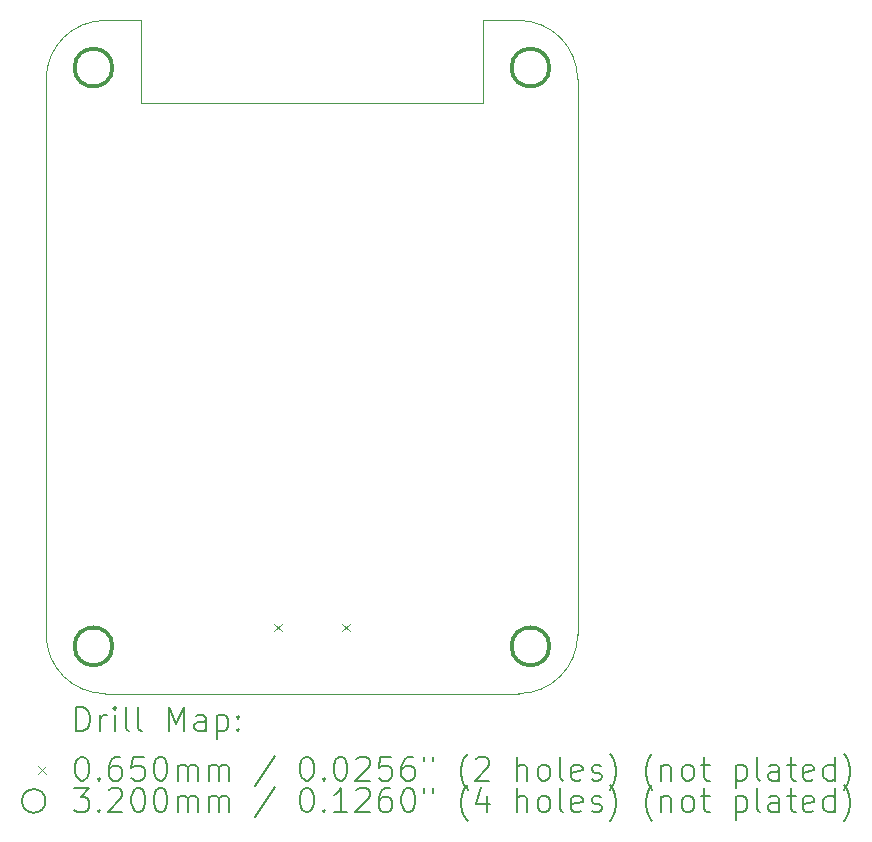
<source format=gbr>
%TF.GenerationSoftware,KiCad,Pcbnew,8.0.2*%
%TF.CreationDate,2024-06-06T14:24:53+10:00*%
%TF.ProjectId,design,64657369-676e-42e6-9b69-6361645f7063,rev?*%
%TF.SameCoordinates,Original*%
%TF.FileFunction,Drillmap*%
%TF.FilePolarity,Positive*%
%FSLAX45Y45*%
G04 Gerber Fmt 4.5, Leading zero omitted, Abs format (unit mm)*
G04 Created by KiCad (PCBNEW 8.0.2) date 2024-06-06 14:24:53*
%MOMM*%
%LPD*%
G01*
G04 APERTURE LIST*
%ADD10C,0.100000*%
%ADD11C,0.200000*%
%ADD12C,0.320000*%
G04 APERTURE END LIST*
D10*
X9000000Y-11200000D02*
X5500000Y-11200000D01*
X5800000Y-6200000D02*
X5800000Y-5500000D01*
X8700000Y-6200000D02*
X5800000Y-6200000D01*
X5500000Y-11200000D02*
G75*
G02*
X5000000Y-10700000I0J500000D01*
G01*
X9000000Y-5500000D02*
G75*
G02*
X9500000Y-6000000I0J-500000D01*
G01*
X5000000Y-10700000D02*
X5000000Y-6000000D01*
X5500000Y-5500000D02*
X5800000Y-5500000D01*
X9500000Y-6000000D02*
X9500000Y-10700000D01*
X9500000Y-10700000D02*
G75*
G02*
X9000000Y-11200000I-500000J0D01*
G01*
X5000000Y-6000000D02*
G75*
G02*
X5500000Y-5500000I500000J0D01*
G01*
X8700000Y-5500000D02*
X9000000Y-5500000D01*
X8700000Y-5500000D02*
X8700000Y-6200000D01*
D11*
D10*
X6928500Y-10607000D02*
X6993500Y-10672000D01*
X6993500Y-10607000D02*
X6928500Y-10672000D01*
X7506500Y-10607000D02*
X7571500Y-10672000D01*
X7571500Y-10607000D02*
X7506500Y-10672000D01*
D12*
X5560000Y-5900000D02*
G75*
G02*
X5240000Y-5900000I-160000J0D01*
G01*
X5240000Y-5900000D02*
G75*
G02*
X5560000Y-5900000I160000J0D01*
G01*
X5560000Y-10800000D02*
G75*
G02*
X5240000Y-10800000I-160000J0D01*
G01*
X5240000Y-10800000D02*
G75*
G02*
X5560000Y-10800000I160000J0D01*
G01*
X9260000Y-5900000D02*
G75*
G02*
X8940000Y-5900000I-160000J0D01*
G01*
X8940000Y-5900000D02*
G75*
G02*
X9260000Y-5900000I160000J0D01*
G01*
X9260000Y-10800000D02*
G75*
G02*
X8940000Y-10800000I-160000J0D01*
G01*
X8940000Y-10800000D02*
G75*
G02*
X9260000Y-10800000I160000J0D01*
G01*
D11*
X5255777Y-11516484D02*
X5255777Y-11316484D01*
X5255777Y-11316484D02*
X5303396Y-11316484D01*
X5303396Y-11316484D02*
X5331967Y-11326008D01*
X5331967Y-11326008D02*
X5351015Y-11345055D01*
X5351015Y-11345055D02*
X5360539Y-11364103D01*
X5360539Y-11364103D02*
X5370063Y-11402198D01*
X5370063Y-11402198D02*
X5370063Y-11430769D01*
X5370063Y-11430769D02*
X5360539Y-11468865D01*
X5360539Y-11468865D02*
X5351015Y-11487912D01*
X5351015Y-11487912D02*
X5331967Y-11506960D01*
X5331967Y-11506960D02*
X5303396Y-11516484D01*
X5303396Y-11516484D02*
X5255777Y-11516484D01*
X5455777Y-11516484D02*
X5455777Y-11383150D01*
X5455777Y-11421246D02*
X5465301Y-11402198D01*
X5465301Y-11402198D02*
X5474824Y-11392674D01*
X5474824Y-11392674D02*
X5493872Y-11383150D01*
X5493872Y-11383150D02*
X5512920Y-11383150D01*
X5579586Y-11516484D02*
X5579586Y-11383150D01*
X5579586Y-11316484D02*
X5570063Y-11326008D01*
X5570063Y-11326008D02*
X5579586Y-11335531D01*
X5579586Y-11335531D02*
X5589110Y-11326008D01*
X5589110Y-11326008D02*
X5579586Y-11316484D01*
X5579586Y-11316484D02*
X5579586Y-11335531D01*
X5703396Y-11516484D02*
X5684348Y-11506960D01*
X5684348Y-11506960D02*
X5674824Y-11487912D01*
X5674824Y-11487912D02*
X5674824Y-11316484D01*
X5808158Y-11516484D02*
X5789110Y-11506960D01*
X5789110Y-11506960D02*
X5779586Y-11487912D01*
X5779586Y-11487912D02*
X5779586Y-11316484D01*
X6036729Y-11516484D02*
X6036729Y-11316484D01*
X6036729Y-11316484D02*
X6103396Y-11459341D01*
X6103396Y-11459341D02*
X6170062Y-11316484D01*
X6170062Y-11316484D02*
X6170062Y-11516484D01*
X6351015Y-11516484D02*
X6351015Y-11411722D01*
X6351015Y-11411722D02*
X6341491Y-11392674D01*
X6341491Y-11392674D02*
X6322443Y-11383150D01*
X6322443Y-11383150D02*
X6284348Y-11383150D01*
X6284348Y-11383150D02*
X6265301Y-11392674D01*
X6351015Y-11506960D02*
X6331967Y-11516484D01*
X6331967Y-11516484D02*
X6284348Y-11516484D01*
X6284348Y-11516484D02*
X6265301Y-11506960D01*
X6265301Y-11506960D02*
X6255777Y-11487912D01*
X6255777Y-11487912D02*
X6255777Y-11468865D01*
X6255777Y-11468865D02*
X6265301Y-11449817D01*
X6265301Y-11449817D02*
X6284348Y-11440293D01*
X6284348Y-11440293D02*
X6331967Y-11440293D01*
X6331967Y-11440293D02*
X6351015Y-11430769D01*
X6446253Y-11383150D02*
X6446253Y-11583150D01*
X6446253Y-11392674D02*
X6465301Y-11383150D01*
X6465301Y-11383150D02*
X6503396Y-11383150D01*
X6503396Y-11383150D02*
X6522443Y-11392674D01*
X6522443Y-11392674D02*
X6531967Y-11402198D01*
X6531967Y-11402198D02*
X6541491Y-11421246D01*
X6541491Y-11421246D02*
X6541491Y-11478388D01*
X6541491Y-11478388D02*
X6531967Y-11497436D01*
X6531967Y-11497436D02*
X6522443Y-11506960D01*
X6522443Y-11506960D02*
X6503396Y-11516484D01*
X6503396Y-11516484D02*
X6465301Y-11516484D01*
X6465301Y-11516484D02*
X6446253Y-11506960D01*
X6627205Y-11497436D02*
X6636729Y-11506960D01*
X6636729Y-11506960D02*
X6627205Y-11516484D01*
X6627205Y-11516484D02*
X6617682Y-11506960D01*
X6617682Y-11506960D02*
X6627205Y-11497436D01*
X6627205Y-11497436D02*
X6627205Y-11516484D01*
X6627205Y-11392674D02*
X6636729Y-11402198D01*
X6636729Y-11402198D02*
X6627205Y-11411722D01*
X6627205Y-11411722D02*
X6617682Y-11402198D01*
X6617682Y-11402198D02*
X6627205Y-11392674D01*
X6627205Y-11392674D02*
X6627205Y-11411722D01*
D10*
X4930000Y-11812500D02*
X4995000Y-11877500D01*
X4995000Y-11812500D02*
X4930000Y-11877500D01*
D11*
X5293872Y-11736484D02*
X5312920Y-11736484D01*
X5312920Y-11736484D02*
X5331967Y-11746008D01*
X5331967Y-11746008D02*
X5341491Y-11755531D01*
X5341491Y-11755531D02*
X5351015Y-11774579D01*
X5351015Y-11774579D02*
X5360539Y-11812674D01*
X5360539Y-11812674D02*
X5360539Y-11860293D01*
X5360539Y-11860293D02*
X5351015Y-11898388D01*
X5351015Y-11898388D02*
X5341491Y-11917436D01*
X5341491Y-11917436D02*
X5331967Y-11926960D01*
X5331967Y-11926960D02*
X5312920Y-11936484D01*
X5312920Y-11936484D02*
X5293872Y-11936484D01*
X5293872Y-11936484D02*
X5274824Y-11926960D01*
X5274824Y-11926960D02*
X5265301Y-11917436D01*
X5265301Y-11917436D02*
X5255777Y-11898388D01*
X5255777Y-11898388D02*
X5246253Y-11860293D01*
X5246253Y-11860293D02*
X5246253Y-11812674D01*
X5246253Y-11812674D02*
X5255777Y-11774579D01*
X5255777Y-11774579D02*
X5265301Y-11755531D01*
X5265301Y-11755531D02*
X5274824Y-11746008D01*
X5274824Y-11746008D02*
X5293872Y-11736484D01*
X5446253Y-11917436D02*
X5455777Y-11926960D01*
X5455777Y-11926960D02*
X5446253Y-11936484D01*
X5446253Y-11936484D02*
X5436729Y-11926960D01*
X5436729Y-11926960D02*
X5446253Y-11917436D01*
X5446253Y-11917436D02*
X5446253Y-11936484D01*
X5627205Y-11736484D02*
X5589110Y-11736484D01*
X5589110Y-11736484D02*
X5570063Y-11746008D01*
X5570063Y-11746008D02*
X5560539Y-11755531D01*
X5560539Y-11755531D02*
X5541491Y-11784103D01*
X5541491Y-11784103D02*
X5531967Y-11822198D01*
X5531967Y-11822198D02*
X5531967Y-11898388D01*
X5531967Y-11898388D02*
X5541491Y-11917436D01*
X5541491Y-11917436D02*
X5551015Y-11926960D01*
X5551015Y-11926960D02*
X5570063Y-11936484D01*
X5570063Y-11936484D02*
X5608158Y-11936484D01*
X5608158Y-11936484D02*
X5627205Y-11926960D01*
X5627205Y-11926960D02*
X5636729Y-11917436D01*
X5636729Y-11917436D02*
X5646253Y-11898388D01*
X5646253Y-11898388D02*
X5646253Y-11850769D01*
X5646253Y-11850769D02*
X5636729Y-11831722D01*
X5636729Y-11831722D02*
X5627205Y-11822198D01*
X5627205Y-11822198D02*
X5608158Y-11812674D01*
X5608158Y-11812674D02*
X5570063Y-11812674D01*
X5570063Y-11812674D02*
X5551015Y-11822198D01*
X5551015Y-11822198D02*
X5541491Y-11831722D01*
X5541491Y-11831722D02*
X5531967Y-11850769D01*
X5827205Y-11736484D02*
X5731967Y-11736484D01*
X5731967Y-11736484D02*
X5722443Y-11831722D01*
X5722443Y-11831722D02*
X5731967Y-11822198D01*
X5731967Y-11822198D02*
X5751015Y-11812674D01*
X5751015Y-11812674D02*
X5798634Y-11812674D01*
X5798634Y-11812674D02*
X5817682Y-11822198D01*
X5817682Y-11822198D02*
X5827205Y-11831722D01*
X5827205Y-11831722D02*
X5836729Y-11850769D01*
X5836729Y-11850769D02*
X5836729Y-11898388D01*
X5836729Y-11898388D02*
X5827205Y-11917436D01*
X5827205Y-11917436D02*
X5817682Y-11926960D01*
X5817682Y-11926960D02*
X5798634Y-11936484D01*
X5798634Y-11936484D02*
X5751015Y-11936484D01*
X5751015Y-11936484D02*
X5731967Y-11926960D01*
X5731967Y-11926960D02*
X5722443Y-11917436D01*
X5960539Y-11736484D02*
X5979586Y-11736484D01*
X5979586Y-11736484D02*
X5998634Y-11746008D01*
X5998634Y-11746008D02*
X6008158Y-11755531D01*
X6008158Y-11755531D02*
X6017682Y-11774579D01*
X6017682Y-11774579D02*
X6027205Y-11812674D01*
X6027205Y-11812674D02*
X6027205Y-11860293D01*
X6027205Y-11860293D02*
X6017682Y-11898388D01*
X6017682Y-11898388D02*
X6008158Y-11917436D01*
X6008158Y-11917436D02*
X5998634Y-11926960D01*
X5998634Y-11926960D02*
X5979586Y-11936484D01*
X5979586Y-11936484D02*
X5960539Y-11936484D01*
X5960539Y-11936484D02*
X5941491Y-11926960D01*
X5941491Y-11926960D02*
X5931967Y-11917436D01*
X5931967Y-11917436D02*
X5922443Y-11898388D01*
X5922443Y-11898388D02*
X5912920Y-11860293D01*
X5912920Y-11860293D02*
X5912920Y-11812674D01*
X5912920Y-11812674D02*
X5922443Y-11774579D01*
X5922443Y-11774579D02*
X5931967Y-11755531D01*
X5931967Y-11755531D02*
X5941491Y-11746008D01*
X5941491Y-11746008D02*
X5960539Y-11736484D01*
X6112920Y-11936484D02*
X6112920Y-11803150D01*
X6112920Y-11822198D02*
X6122443Y-11812674D01*
X6122443Y-11812674D02*
X6141491Y-11803150D01*
X6141491Y-11803150D02*
X6170063Y-11803150D01*
X6170063Y-11803150D02*
X6189110Y-11812674D01*
X6189110Y-11812674D02*
X6198634Y-11831722D01*
X6198634Y-11831722D02*
X6198634Y-11936484D01*
X6198634Y-11831722D02*
X6208158Y-11812674D01*
X6208158Y-11812674D02*
X6227205Y-11803150D01*
X6227205Y-11803150D02*
X6255777Y-11803150D01*
X6255777Y-11803150D02*
X6274824Y-11812674D01*
X6274824Y-11812674D02*
X6284348Y-11831722D01*
X6284348Y-11831722D02*
X6284348Y-11936484D01*
X6379586Y-11936484D02*
X6379586Y-11803150D01*
X6379586Y-11822198D02*
X6389110Y-11812674D01*
X6389110Y-11812674D02*
X6408158Y-11803150D01*
X6408158Y-11803150D02*
X6436729Y-11803150D01*
X6436729Y-11803150D02*
X6455777Y-11812674D01*
X6455777Y-11812674D02*
X6465301Y-11831722D01*
X6465301Y-11831722D02*
X6465301Y-11936484D01*
X6465301Y-11831722D02*
X6474824Y-11812674D01*
X6474824Y-11812674D02*
X6493872Y-11803150D01*
X6493872Y-11803150D02*
X6522443Y-11803150D01*
X6522443Y-11803150D02*
X6541491Y-11812674D01*
X6541491Y-11812674D02*
X6551015Y-11831722D01*
X6551015Y-11831722D02*
X6551015Y-11936484D01*
X6941491Y-11726960D02*
X6770063Y-11984103D01*
X7198634Y-11736484D02*
X7217682Y-11736484D01*
X7217682Y-11736484D02*
X7236729Y-11746008D01*
X7236729Y-11746008D02*
X7246253Y-11755531D01*
X7246253Y-11755531D02*
X7255777Y-11774579D01*
X7255777Y-11774579D02*
X7265301Y-11812674D01*
X7265301Y-11812674D02*
X7265301Y-11860293D01*
X7265301Y-11860293D02*
X7255777Y-11898388D01*
X7255777Y-11898388D02*
X7246253Y-11917436D01*
X7246253Y-11917436D02*
X7236729Y-11926960D01*
X7236729Y-11926960D02*
X7217682Y-11936484D01*
X7217682Y-11936484D02*
X7198634Y-11936484D01*
X7198634Y-11936484D02*
X7179586Y-11926960D01*
X7179586Y-11926960D02*
X7170063Y-11917436D01*
X7170063Y-11917436D02*
X7160539Y-11898388D01*
X7160539Y-11898388D02*
X7151015Y-11860293D01*
X7151015Y-11860293D02*
X7151015Y-11812674D01*
X7151015Y-11812674D02*
X7160539Y-11774579D01*
X7160539Y-11774579D02*
X7170063Y-11755531D01*
X7170063Y-11755531D02*
X7179586Y-11746008D01*
X7179586Y-11746008D02*
X7198634Y-11736484D01*
X7351015Y-11917436D02*
X7360539Y-11926960D01*
X7360539Y-11926960D02*
X7351015Y-11936484D01*
X7351015Y-11936484D02*
X7341491Y-11926960D01*
X7341491Y-11926960D02*
X7351015Y-11917436D01*
X7351015Y-11917436D02*
X7351015Y-11936484D01*
X7484348Y-11736484D02*
X7503396Y-11736484D01*
X7503396Y-11736484D02*
X7522444Y-11746008D01*
X7522444Y-11746008D02*
X7531967Y-11755531D01*
X7531967Y-11755531D02*
X7541491Y-11774579D01*
X7541491Y-11774579D02*
X7551015Y-11812674D01*
X7551015Y-11812674D02*
X7551015Y-11860293D01*
X7551015Y-11860293D02*
X7541491Y-11898388D01*
X7541491Y-11898388D02*
X7531967Y-11917436D01*
X7531967Y-11917436D02*
X7522444Y-11926960D01*
X7522444Y-11926960D02*
X7503396Y-11936484D01*
X7503396Y-11936484D02*
X7484348Y-11936484D01*
X7484348Y-11936484D02*
X7465301Y-11926960D01*
X7465301Y-11926960D02*
X7455777Y-11917436D01*
X7455777Y-11917436D02*
X7446253Y-11898388D01*
X7446253Y-11898388D02*
X7436729Y-11860293D01*
X7436729Y-11860293D02*
X7436729Y-11812674D01*
X7436729Y-11812674D02*
X7446253Y-11774579D01*
X7446253Y-11774579D02*
X7455777Y-11755531D01*
X7455777Y-11755531D02*
X7465301Y-11746008D01*
X7465301Y-11746008D02*
X7484348Y-11736484D01*
X7627206Y-11755531D02*
X7636729Y-11746008D01*
X7636729Y-11746008D02*
X7655777Y-11736484D01*
X7655777Y-11736484D02*
X7703396Y-11736484D01*
X7703396Y-11736484D02*
X7722444Y-11746008D01*
X7722444Y-11746008D02*
X7731967Y-11755531D01*
X7731967Y-11755531D02*
X7741491Y-11774579D01*
X7741491Y-11774579D02*
X7741491Y-11793627D01*
X7741491Y-11793627D02*
X7731967Y-11822198D01*
X7731967Y-11822198D02*
X7617682Y-11936484D01*
X7617682Y-11936484D02*
X7741491Y-11936484D01*
X7922444Y-11736484D02*
X7827206Y-11736484D01*
X7827206Y-11736484D02*
X7817682Y-11831722D01*
X7817682Y-11831722D02*
X7827206Y-11822198D01*
X7827206Y-11822198D02*
X7846253Y-11812674D01*
X7846253Y-11812674D02*
X7893872Y-11812674D01*
X7893872Y-11812674D02*
X7912920Y-11822198D01*
X7912920Y-11822198D02*
X7922444Y-11831722D01*
X7922444Y-11831722D02*
X7931967Y-11850769D01*
X7931967Y-11850769D02*
X7931967Y-11898388D01*
X7931967Y-11898388D02*
X7922444Y-11917436D01*
X7922444Y-11917436D02*
X7912920Y-11926960D01*
X7912920Y-11926960D02*
X7893872Y-11936484D01*
X7893872Y-11936484D02*
X7846253Y-11936484D01*
X7846253Y-11936484D02*
X7827206Y-11926960D01*
X7827206Y-11926960D02*
X7817682Y-11917436D01*
X8103396Y-11736484D02*
X8065301Y-11736484D01*
X8065301Y-11736484D02*
X8046253Y-11746008D01*
X8046253Y-11746008D02*
X8036729Y-11755531D01*
X8036729Y-11755531D02*
X8017682Y-11784103D01*
X8017682Y-11784103D02*
X8008158Y-11822198D01*
X8008158Y-11822198D02*
X8008158Y-11898388D01*
X8008158Y-11898388D02*
X8017682Y-11917436D01*
X8017682Y-11917436D02*
X8027206Y-11926960D01*
X8027206Y-11926960D02*
X8046253Y-11936484D01*
X8046253Y-11936484D02*
X8084348Y-11936484D01*
X8084348Y-11936484D02*
X8103396Y-11926960D01*
X8103396Y-11926960D02*
X8112920Y-11917436D01*
X8112920Y-11917436D02*
X8122444Y-11898388D01*
X8122444Y-11898388D02*
X8122444Y-11850769D01*
X8122444Y-11850769D02*
X8112920Y-11831722D01*
X8112920Y-11831722D02*
X8103396Y-11822198D01*
X8103396Y-11822198D02*
X8084348Y-11812674D01*
X8084348Y-11812674D02*
X8046253Y-11812674D01*
X8046253Y-11812674D02*
X8027206Y-11822198D01*
X8027206Y-11822198D02*
X8017682Y-11831722D01*
X8017682Y-11831722D02*
X8008158Y-11850769D01*
X8198634Y-11736484D02*
X8198634Y-11774579D01*
X8274825Y-11736484D02*
X8274825Y-11774579D01*
X8570063Y-12012674D02*
X8560539Y-12003150D01*
X8560539Y-12003150D02*
X8541491Y-11974579D01*
X8541491Y-11974579D02*
X8531968Y-11955531D01*
X8531968Y-11955531D02*
X8522444Y-11926960D01*
X8522444Y-11926960D02*
X8512920Y-11879341D01*
X8512920Y-11879341D02*
X8512920Y-11841246D01*
X8512920Y-11841246D02*
X8522444Y-11793627D01*
X8522444Y-11793627D02*
X8531968Y-11765055D01*
X8531968Y-11765055D02*
X8541491Y-11746008D01*
X8541491Y-11746008D02*
X8560539Y-11717436D01*
X8560539Y-11717436D02*
X8570063Y-11707912D01*
X8636730Y-11755531D02*
X8646253Y-11746008D01*
X8646253Y-11746008D02*
X8665301Y-11736484D01*
X8665301Y-11736484D02*
X8712920Y-11736484D01*
X8712920Y-11736484D02*
X8731968Y-11746008D01*
X8731968Y-11746008D02*
X8741491Y-11755531D01*
X8741491Y-11755531D02*
X8751015Y-11774579D01*
X8751015Y-11774579D02*
X8751015Y-11793627D01*
X8751015Y-11793627D02*
X8741491Y-11822198D01*
X8741491Y-11822198D02*
X8627206Y-11936484D01*
X8627206Y-11936484D02*
X8751015Y-11936484D01*
X8989111Y-11936484D02*
X8989111Y-11736484D01*
X9074825Y-11936484D02*
X9074825Y-11831722D01*
X9074825Y-11831722D02*
X9065301Y-11812674D01*
X9065301Y-11812674D02*
X9046253Y-11803150D01*
X9046253Y-11803150D02*
X9017682Y-11803150D01*
X9017682Y-11803150D02*
X8998634Y-11812674D01*
X8998634Y-11812674D02*
X8989111Y-11822198D01*
X9198634Y-11936484D02*
X9179587Y-11926960D01*
X9179587Y-11926960D02*
X9170063Y-11917436D01*
X9170063Y-11917436D02*
X9160539Y-11898388D01*
X9160539Y-11898388D02*
X9160539Y-11841246D01*
X9160539Y-11841246D02*
X9170063Y-11822198D01*
X9170063Y-11822198D02*
X9179587Y-11812674D01*
X9179587Y-11812674D02*
X9198634Y-11803150D01*
X9198634Y-11803150D02*
X9227206Y-11803150D01*
X9227206Y-11803150D02*
X9246253Y-11812674D01*
X9246253Y-11812674D02*
X9255777Y-11822198D01*
X9255777Y-11822198D02*
X9265301Y-11841246D01*
X9265301Y-11841246D02*
X9265301Y-11898388D01*
X9265301Y-11898388D02*
X9255777Y-11917436D01*
X9255777Y-11917436D02*
X9246253Y-11926960D01*
X9246253Y-11926960D02*
X9227206Y-11936484D01*
X9227206Y-11936484D02*
X9198634Y-11936484D01*
X9379587Y-11936484D02*
X9360539Y-11926960D01*
X9360539Y-11926960D02*
X9351015Y-11907912D01*
X9351015Y-11907912D02*
X9351015Y-11736484D01*
X9531968Y-11926960D02*
X9512920Y-11936484D01*
X9512920Y-11936484D02*
X9474825Y-11936484D01*
X9474825Y-11936484D02*
X9455777Y-11926960D01*
X9455777Y-11926960D02*
X9446253Y-11907912D01*
X9446253Y-11907912D02*
X9446253Y-11831722D01*
X9446253Y-11831722D02*
X9455777Y-11812674D01*
X9455777Y-11812674D02*
X9474825Y-11803150D01*
X9474825Y-11803150D02*
X9512920Y-11803150D01*
X9512920Y-11803150D02*
X9531968Y-11812674D01*
X9531968Y-11812674D02*
X9541492Y-11831722D01*
X9541492Y-11831722D02*
X9541492Y-11850769D01*
X9541492Y-11850769D02*
X9446253Y-11869817D01*
X9617682Y-11926960D02*
X9636730Y-11936484D01*
X9636730Y-11936484D02*
X9674825Y-11936484D01*
X9674825Y-11936484D02*
X9693873Y-11926960D01*
X9693873Y-11926960D02*
X9703396Y-11907912D01*
X9703396Y-11907912D02*
X9703396Y-11898388D01*
X9703396Y-11898388D02*
X9693873Y-11879341D01*
X9693873Y-11879341D02*
X9674825Y-11869817D01*
X9674825Y-11869817D02*
X9646253Y-11869817D01*
X9646253Y-11869817D02*
X9627206Y-11860293D01*
X9627206Y-11860293D02*
X9617682Y-11841246D01*
X9617682Y-11841246D02*
X9617682Y-11831722D01*
X9617682Y-11831722D02*
X9627206Y-11812674D01*
X9627206Y-11812674D02*
X9646253Y-11803150D01*
X9646253Y-11803150D02*
X9674825Y-11803150D01*
X9674825Y-11803150D02*
X9693873Y-11812674D01*
X9770063Y-12012674D02*
X9779587Y-12003150D01*
X9779587Y-12003150D02*
X9798634Y-11974579D01*
X9798634Y-11974579D02*
X9808158Y-11955531D01*
X9808158Y-11955531D02*
X9817682Y-11926960D01*
X9817682Y-11926960D02*
X9827206Y-11879341D01*
X9827206Y-11879341D02*
X9827206Y-11841246D01*
X9827206Y-11841246D02*
X9817682Y-11793627D01*
X9817682Y-11793627D02*
X9808158Y-11765055D01*
X9808158Y-11765055D02*
X9798634Y-11746008D01*
X9798634Y-11746008D02*
X9779587Y-11717436D01*
X9779587Y-11717436D02*
X9770063Y-11707912D01*
X10131968Y-12012674D02*
X10122444Y-12003150D01*
X10122444Y-12003150D02*
X10103396Y-11974579D01*
X10103396Y-11974579D02*
X10093873Y-11955531D01*
X10093873Y-11955531D02*
X10084349Y-11926960D01*
X10084349Y-11926960D02*
X10074825Y-11879341D01*
X10074825Y-11879341D02*
X10074825Y-11841246D01*
X10074825Y-11841246D02*
X10084349Y-11793627D01*
X10084349Y-11793627D02*
X10093873Y-11765055D01*
X10093873Y-11765055D02*
X10103396Y-11746008D01*
X10103396Y-11746008D02*
X10122444Y-11717436D01*
X10122444Y-11717436D02*
X10131968Y-11707912D01*
X10208158Y-11803150D02*
X10208158Y-11936484D01*
X10208158Y-11822198D02*
X10217682Y-11812674D01*
X10217682Y-11812674D02*
X10236730Y-11803150D01*
X10236730Y-11803150D02*
X10265301Y-11803150D01*
X10265301Y-11803150D02*
X10284349Y-11812674D01*
X10284349Y-11812674D02*
X10293873Y-11831722D01*
X10293873Y-11831722D02*
X10293873Y-11936484D01*
X10417682Y-11936484D02*
X10398634Y-11926960D01*
X10398634Y-11926960D02*
X10389111Y-11917436D01*
X10389111Y-11917436D02*
X10379587Y-11898388D01*
X10379587Y-11898388D02*
X10379587Y-11841246D01*
X10379587Y-11841246D02*
X10389111Y-11822198D01*
X10389111Y-11822198D02*
X10398634Y-11812674D01*
X10398634Y-11812674D02*
X10417682Y-11803150D01*
X10417682Y-11803150D02*
X10446254Y-11803150D01*
X10446254Y-11803150D02*
X10465301Y-11812674D01*
X10465301Y-11812674D02*
X10474825Y-11822198D01*
X10474825Y-11822198D02*
X10484349Y-11841246D01*
X10484349Y-11841246D02*
X10484349Y-11898388D01*
X10484349Y-11898388D02*
X10474825Y-11917436D01*
X10474825Y-11917436D02*
X10465301Y-11926960D01*
X10465301Y-11926960D02*
X10446254Y-11936484D01*
X10446254Y-11936484D02*
X10417682Y-11936484D01*
X10541492Y-11803150D02*
X10617682Y-11803150D01*
X10570063Y-11736484D02*
X10570063Y-11907912D01*
X10570063Y-11907912D02*
X10579587Y-11926960D01*
X10579587Y-11926960D02*
X10598634Y-11936484D01*
X10598634Y-11936484D02*
X10617682Y-11936484D01*
X10836730Y-11803150D02*
X10836730Y-12003150D01*
X10836730Y-11812674D02*
X10855777Y-11803150D01*
X10855777Y-11803150D02*
X10893873Y-11803150D01*
X10893873Y-11803150D02*
X10912920Y-11812674D01*
X10912920Y-11812674D02*
X10922444Y-11822198D01*
X10922444Y-11822198D02*
X10931968Y-11841246D01*
X10931968Y-11841246D02*
X10931968Y-11898388D01*
X10931968Y-11898388D02*
X10922444Y-11917436D01*
X10922444Y-11917436D02*
X10912920Y-11926960D01*
X10912920Y-11926960D02*
X10893873Y-11936484D01*
X10893873Y-11936484D02*
X10855777Y-11936484D01*
X10855777Y-11936484D02*
X10836730Y-11926960D01*
X11046254Y-11936484D02*
X11027206Y-11926960D01*
X11027206Y-11926960D02*
X11017682Y-11907912D01*
X11017682Y-11907912D02*
X11017682Y-11736484D01*
X11208158Y-11936484D02*
X11208158Y-11831722D01*
X11208158Y-11831722D02*
X11198634Y-11812674D01*
X11198634Y-11812674D02*
X11179587Y-11803150D01*
X11179587Y-11803150D02*
X11141492Y-11803150D01*
X11141492Y-11803150D02*
X11122444Y-11812674D01*
X11208158Y-11926960D02*
X11189111Y-11936484D01*
X11189111Y-11936484D02*
X11141492Y-11936484D01*
X11141492Y-11936484D02*
X11122444Y-11926960D01*
X11122444Y-11926960D02*
X11112920Y-11907912D01*
X11112920Y-11907912D02*
X11112920Y-11888865D01*
X11112920Y-11888865D02*
X11122444Y-11869817D01*
X11122444Y-11869817D02*
X11141492Y-11860293D01*
X11141492Y-11860293D02*
X11189111Y-11860293D01*
X11189111Y-11860293D02*
X11208158Y-11850769D01*
X11274825Y-11803150D02*
X11351015Y-11803150D01*
X11303396Y-11736484D02*
X11303396Y-11907912D01*
X11303396Y-11907912D02*
X11312920Y-11926960D01*
X11312920Y-11926960D02*
X11331968Y-11936484D01*
X11331968Y-11936484D02*
X11351015Y-11936484D01*
X11493873Y-11926960D02*
X11474825Y-11936484D01*
X11474825Y-11936484D02*
X11436730Y-11936484D01*
X11436730Y-11936484D02*
X11417682Y-11926960D01*
X11417682Y-11926960D02*
X11408158Y-11907912D01*
X11408158Y-11907912D02*
X11408158Y-11831722D01*
X11408158Y-11831722D02*
X11417682Y-11812674D01*
X11417682Y-11812674D02*
X11436730Y-11803150D01*
X11436730Y-11803150D02*
X11474825Y-11803150D01*
X11474825Y-11803150D02*
X11493873Y-11812674D01*
X11493873Y-11812674D02*
X11503396Y-11831722D01*
X11503396Y-11831722D02*
X11503396Y-11850769D01*
X11503396Y-11850769D02*
X11408158Y-11869817D01*
X11674825Y-11936484D02*
X11674825Y-11736484D01*
X11674825Y-11926960D02*
X11655777Y-11936484D01*
X11655777Y-11936484D02*
X11617682Y-11936484D01*
X11617682Y-11936484D02*
X11598634Y-11926960D01*
X11598634Y-11926960D02*
X11589111Y-11917436D01*
X11589111Y-11917436D02*
X11579587Y-11898388D01*
X11579587Y-11898388D02*
X11579587Y-11841246D01*
X11579587Y-11841246D02*
X11589111Y-11822198D01*
X11589111Y-11822198D02*
X11598634Y-11812674D01*
X11598634Y-11812674D02*
X11617682Y-11803150D01*
X11617682Y-11803150D02*
X11655777Y-11803150D01*
X11655777Y-11803150D02*
X11674825Y-11812674D01*
X11751015Y-12012674D02*
X11760539Y-12003150D01*
X11760539Y-12003150D02*
X11779587Y-11974579D01*
X11779587Y-11974579D02*
X11789111Y-11955531D01*
X11789111Y-11955531D02*
X11798634Y-11926960D01*
X11798634Y-11926960D02*
X11808158Y-11879341D01*
X11808158Y-11879341D02*
X11808158Y-11841246D01*
X11808158Y-11841246D02*
X11798634Y-11793627D01*
X11798634Y-11793627D02*
X11789111Y-11765055D01*
X11789111Y-11765055D02*
X11779587Y-11746008D01*
X11779587Y-11746008D02*
X11760539Y-11717436D01*
X11760539Y-11717436D02*
X11751015Y-11707912D01*
X4995000Y-12109000D02*
G75*
G02*
X4795000Y-12109000I-100000J0D01*
G01*
X4795000Y-12109000D02*
G75*
G02*
X4995000Y-12109000I100000J0D01*
G01*
X5236729Y-12000484D02*
X5360539Y-12000484D01*
X5360539Y-12000484D02*
X5293872Y-12076674D01*
X5293872Y-12076674D02*
X5322444Y-12076674D01*
X5322444Y-12076674D02*
X5341491Y-12086198D01*
X5341491Y-12086198D02*
X5351015Y-12095722D01*
X5351015Y-12095722D02*
X5360539Y-12114769D01*
X5360539Y-12114769D02*
X5360539Y-12162388D01*
X5360539Y-12162388D02*
X5351015Y-12181436D01*
X5351015Y-12181436D02*
X5341491Y-12190960D01*
X5341491Y-12190960D02*
X5322444Y-12200484D01*
X5322444Y-12200484D02*
X5265301Y-12200484D01*
X5265301Y-12200484D02*
X5246253Y-12190960D01*
X5246253Y-12190960D02*
X5236729Y-12181436D01*
X5446253Y-12181436D02*
X5455777Y-12190960D01*
X5455777Y-12190960D02*
X5446253Y-12200484D01*
X5446253Y-12200484D02*
X5436729Y-12190960D01*
X5436729Y-12190960D02*
X5446253Y-12181436D01*
X5446253Y-12181436D02*
X5446253Y-12200484D01*
X5531967Y-12019531D02*
X5541491Y-12010008D01*
X5541491Y-12010008D02*
X5560539Y-12000484D01*
X5560539Y-12000484D02*
X5608158Y-12000484D01*
X5608158Y-12000484D02*
X5627205Y-12010008D01*
X5627205Y-12010008D02*
X5636729Y-12019531D01*
X5636729Y-12019531D02*
X5646253Y-12038579D01*
X5646253Y-12038579D02*
X5646253Y-12057627D01*
X5646253Y-12057627D02*
X5636729Y-12086198D01*
X5636729Y-12086198D02*
X5522444Y-12200484D01*
X5522444Y-12200484D02*
X5646253Y-12200484D01*
X5770062Y-12000484D02*
X5789110Y-12000484D01*
X5789110Y-12000484D02*
X5808158Y-12010008D01*
X5808158Y-12010008D02*
X5817682Y-12019531D01*
X5817682Y-12019531D02*
X5827205Y-12038579D01*
X5827205Y-12038579D02*
X5836729Y-12076674D01*
X5836729Y-12076674D02*
X5836729Y-12124293D01*
X5836729Y-12124293D02*
X5827205Y-12162388D01*
X5827205Y-12162388D02*
X5817682Y-12181436D01*
X5817682Y-12181436D02*
X5808158Y-12190960D01*
X5808158Y-12190960D02*
X5789110Y-12200484D01*
X5789110Y-12200484D02*
X5770062Y-12200484D01*
X5770062Y-12200484D02*
X5751015Y-12190960D01*
X5751015Y-12190960D02*
X5741491Y-12181436D01*
X5741491Y-12181436D02*
X5731967Y-12162388D01*
X5731967Y-12162388D02*
X5722443Y-12124293D01*
X5722443Y-12124293D02*
X5722443Y-12076674D01*
X5722443Y-12076674D02*
X5731967Y-12038579D01*
X5731967Y-12038579D02*
X5741491Y-12019531D01*
X5741491Y-12019531D02*
X5751015Y-12010008D01*
X5751015Y-12010008D02*
X5770062Y-12000484D01*
X5960539Y-12000484D02*
X5979586Y-12000484D01*
X5979586Y-12000484D02*
X5998634Y-12010008D01*
X5998634Y-12010008D02*
X6008158Y-12019531D01*
X6008158Y-12019531D02*
X6017682Y-12038579D01*
X6017682Y-12038579D02*
X6027205Y-12076674D01*
X6027205Y-12076674D02*
X6027205Y-12124293D01*
X6027205Y-12124293D02*
X6017682Y-12162388D01*
X6017682Y-12162388D02*
X6008158Y-12181436D01*
X6008158Y-12181436D02*
X5998634Y-12190960D01*
X5998634Y-12190960D02*
X5979586Y-12200484D01*
X5979586Y-12200484D02*
X5960539Y-12200484D01*
X5960539Y-12200484D02*
X5941491Y-12190960D01*
X5941491Y-12190960D02*
X5931967Y-12181436D01*
X5931967Y-12181436D02*
X5922443Y-12162388D01*
X5922443Y-12162388D02*
X5912920Y-12124293D01*
X5912920Y-12124293D02*
X5912920Y-12076674D01*
X5912920Y-12076674D02*
X5922443Y-12038579D01*
X5922443Y-12038579D02*
X5931967Y-12019531D01*
X5931967Y-12019531D02*
X5941491Y-12010008D01*
X5941491Y-12010008D02*
X5960539Y-12000484D01*
X6112920Y-12200484D02*
X6112920Y-12067150D01*
X6112920Y-12086198D02*
X6122443Y-12076674D01*
X6122443Y-12076674D02*
X6141491Y-12067150D01*
X6141491Y-12067150D02*
X6170063Y-12067150D01*
X6170063Y-12067150D02*
X6189110Y-12076674D01*
X6189110Y-12076674D02*
X6198634Y-12095722D01*
X6198634Y-12095722D02*
X6198634Y-12200484D01*
X6198634Y-12095722D02*
X6208158Y-12076674D01*
X6208158Y-12076674D02*
X6227205Y-12067150D01*
X6227205Y-12067150D02*
X6255777Y-12067150D01*
X6255777Y-12067150D02*
X6274824Y-12076674D01*
X6274824Y-12076674D02*
X6284348Y-12095722D01*
X6284348Y-12095722D02*
X6284348Y-12200484D01*
X6379586Y-12200484D02*
X6379586Y-12067150D01*
X6379586Y-12086198D02*
X6389110Y-12076674D01*
X6389110Y-12076674D02*
X6408158Y-12067150D01*
X6408158Y-12067150D02*
X6436729Y-12067150D01*
X6436729Y-12067150D02*
X6455777Y-12076674D01*
X6455777Y-12076674D02*
X6465301Y-12095722D01*
X6465301Y-12095722D02*
X6465301Y-12200484D01*
X6465301Y-12095722D02*
X6474824Y-12076674D01*
X6474824Y-12076674D02*
X6493872Y-12067150D01*
X6493872Y-12067150D02*
X6522443Y-12067150D01*
X6522443Y-12067150D02*
X6541491Y-12076674D01*
X6541491Y-12076674D02*
X6551015Y-12095722D01*
X6551015Y-12095722D02*
X6551015Y-12200484D01*
X6941491Y-11990960D02*
X6770063Y-12248103D01*
X7198634Y-12000484D02*
X7217682Y-12000484D01*
X7217682Y-12000484D02*
X7236729Y-12010008D01*
X7236729Y-12010008D02*
X7246253Y-12019531D01*
X7246253Y-12019531D02*
X7255777Y-12038579D01*
X7255777Y-12038579D02*
X7265301Y-12076674D01*
X7265301Y-12076674D02*
X7265301Y-12124293D01*
X7265301Y-12124293D02*
X7255777Y-12162388D01*
X7255777Y-12162388D02*
X7246253Y-12181436D01*
X7246253Y-12181436D02*
X7236729Y-12190960D01*
X7236729Y-12190960D02*
X7217682Y-12200484D01*
X7217682Y-12200484D02*
X7198634Y-12200484D01*
X7198634Y-12200484D02*
X7179586Y-12190960D01*
X7179586Y-12190960D02*
X7170063Y-12181436D01*
X7170063Y-12181436D02*
X7160539Y-12162388D01*
X7160539Y-12162388D02*
X7151015Y-12124293D01*
X7151015Y-12124293D02*
X7151015Y-12076674D01*
X7151015Y-12076674D02*
X7160539Y-12038579D01*
X7160539Y-12038579D02*
X7170063Y-12019531D01*
X7170063Y-12019531D02*
X7179586Y-12010008D01*
X7179586Y-12010008D02*
X7198634Y-12000484D01*
X7351015Y-12181436D02*
X7360539Y-12190960D01*
X7360539Y-12190960D02*
X7351015Y-12200484D01*
X7351015Y-12200484D02*
X7341491Y-12190960D01*
X7341491Y-12190960D02*
X7351015Y-12181436D01*
X7351015Y-12181436D02*
X7351015Y-12200484D01*
X7551015Y-12200484D02*
X7436729Y-12200484D01*
X7493872Y-12200484D02*
X7493872Y-12000484D01*
X7493872Y-12000484D02*
X7474825Y-12029055D01*
X7474825Y-12029055D02*
X7455777Y-12048103D01*
X7455777Y-12048103D02*
X7436729Y-12057627D01*
X7627206Y-12019531D02*
X7636729Y-12010008D01*
X7636729Y-12010008D02*
X7655777Y-12000484D01*
X7655777Y-12000484D02*
X7703396Y-12000484D01*
X7703396Y-12000484D02*
X7722444Y-12010008D01*
X7722444Y-12010008D02*
X7731967Y-12019531D01*
X7731967Y-12019531D02*
X7741491Y-12038579D01*
X7741491Y-12038579D02*
X7741491Y-12057627D01*
X7741491Y-12057627D02*
X7731967Y-12086198D01*
X7731967Y-12086198D02*
X7617682Y-12200484D01*
X7617682Y-12200484D02*
X7741491Y-12200484D01*
X7912920Y-12000484D02*
X7874825Y-12000484D01*
X7874825Y-12000484D02*
X7855777Y-12010008D01*
X7855777Y-12010008D02*
X7846253Y-12019531D01*
X7846253Y-12019531D02*
X7827206Y-12048103D01*
X7827206Y-12048103D02*
X7817682Y-12086198D01*
X7817682Y-12086198D02*
X7817682Y-12162388D01*
X7817682Y-12162388D02*
X7827206Y-12181436D01*
X7827206Y-12181436D02*
X7836729Y-12190960D01*
X7836729Y-12190960D02*
X7855777Y-12200484D01*
X7855777Y-12200484D02*
X7893872Y-12200484D01*
X7893872Y-12200484D02*
X7912920Y-12190960D01*
X7912920Y-12190960D02*
X7922444Y-12181436D01*
X7922444Y-12181436D02*
X7931967Y-12162388D01*
X7931967Y-12162388D02*
X7931967Y-12114769D01*
X7931967Y-12114769D02*
X7922444Y-12095722D01*
X7922444Y-12095722D02*
X7912920Y-12086198D01*
X7912920Y-12086198D02*
X7893872Y-12076674D01*
X7893872Y-12076674D02*
X7855777Y-12076674D01*
X7855777Y-12076674D02*
X7836729Y-12086198D01*
X7836729Y-12086198D02*
X7827206Y-12095722D01*
X7827206Y-12095722D02*
X7817682Y-12114769D01*
X8055777Y-12000484D02*
X8074825Y-12000484D01*
X8074825Y-12000484D02*
X8093872Y-12010008D01*
X8093872Y-12010008D02*
X8103396Y-12019531D01*
X8103396Y-12019531D02*
X8112920Y-12038579D01*
X8112920Y-12038579D02*
X8122444Y-12076674D01*
X8122444Y-12076674D02*
X8122444Y-12124293D01*
X8122444Y-12124293D02*
X8112920Y-12162388D01*
X8112920Y-12162388D02*
X8103396Y-12181436D01*
X8103396Y-12181436D02*
X8093872Y-12190960D01*
X8093872Y-12190960D02*
X8074825Y-12200484D01*
X8074825Y-12200484D02*
X8055777Y-12200484D01*
X8055777Y-12200484D02*
X8036729Y-12190960D01*
X8036729Y-12190960D02*
X8027206Y-12181436D01*
X8027206Y-12181436D02*
X8017682Y-12162388D01*
X8017682Y-12162388D02*
X8008158Y-12124293D01*
X8008158Y-12124293D02*
X8008158Y-12076674D01*
X8008158Y-12076674D02*
X8017682Y-12038579D01*
X8017682Y-12038579D02*
X8027206Y-12019531D01*
X8027206Y-12019531D02*
X8036729Y-12010008D01*
X8036729Y-12010008D02*
X8055777Y-12000484D01*
X8198634Y-12000484D02*
X8198634Y-12038579D01*
X8274825Y-12000484D02*
X8274825Y-12038579D01*
X8570063Y-12276674D02*
X8560539Y-12267150D01*
X8560539Y-12267150D02*
X8541491Y-12238579D01*
X8541491Y-12238579D02*
X8531968Y-12219531D01*
X8531968Y-12219531D02*
X8522444Y-12190960D01*
X8522444Y-12190960D02*
X8512920Y-12143341D01*
X8512920Y-12143341D02*
X8512920Y-12105246D01*
X8512920Y-12105246D02*
X8522444Y-12057627D01*
X8522444Y-12057627D02*
X8531968Y-12029055D01*
X8531968Y-12029055D02*
X8541491Y-12010008D01*
X8541491Y-12010008D02*
X8560539Y-11981436D01*
X8560539Y-11981436D02*
X8570063Y-11971912D01*
X8731968Y-12067150D02*
X8731968Y-12200484D01*
X8684349Y-11990960D02*
X8636730Y-12133817D01*
X8636730Y-12133817D02*
X8760539Y-12133817D01*
X8989111Y-12200484D02*
X8989111Y-12000484D01*
X9074825Y-12200484D02*
X9074825Y-12095722D01*
X9074825Y-12095722D02*
X9065301Y-12076674D01*
X9065301Y-12076674D02*
X9046253Y-12067150D01*
X9046253Y-12067150D02*
X9017682Y-12067150D01*
X9017682Y-12067150D02*
X8998634Y-12076674D01*
X8998634Y-12076674D02*
X8989111Y-12086198D01*
X9198634Y-12200484D02*
X9179587Y-12190960D01*
X9179587Y-12190960D02*
X9170063Y-12181436D01*
X9170063Y-12181436D02*
X9160539Y-12162388D01*
X9160539Y-12162388D02*
X9160539Y-12105246D01*
X9160539Y-12105246D02*
X9170063Y-12086198D01*
X9170063Y-12086198D02*
X9179587Y-12076674D01*
X9179587Y-12076674D02*
X9198634Y-12067150D01*
X9198634Y-12067150D02*
X9227206Y-12067150D01*
X9227206Y-12067150D02*
X9246253Y-12076674D01*
X9246253Y-12076674D02*
X9255777Y-12086198D01*
X9255777Y-12086198D02*
X9265301Y-12105246D01*
X9265301Y-12105246D02*
X9265301Y-12162388D01*
X9265301Y-12162388D02*
X9255777Y-12181436D01*
X9255777Y-12181436D02*
X9246253Y-12190960D01*
X9246253Y-12190960D02*
X9227206Y-12200484D01*
X9227206Y-12200484D02*
X9198634Y-12200484D01*
X9379587Y-12200484D02*
X9360539Y-12190960D01*
X9360539Y-12190960D02*
X9351015Y-12171912D01*
X9351015Y-12171912D02*
X9351015Y-12000484D01*
X9531968Y-12190960D02*
X9512920Y-12200484D01*
X9512920Y-12200484D02*
X9474825Y-12200484D01*
X9474825Y-12200484D02*
X9455777Y-12190960D01*
X9455777Y-12190960D02*
X9446253Y-12171912D01*
X9446253Y-12171912D02*
X9446253Y-12095722D01*
X9446253Y-12095722D02*
X9455777Y-12076674D01*
X9455777Y-12076674D02*
X9474825Y-12067150D01*
X9474825Y-12067150D02*
X9512920Y-12067150D01*
X9512920Y-12067150D02*
X9531968Y-12076674D01*
X9531968Y-12076674D02*
X9541492Y-12095722D01*
X9541492Y-12095722D02*
X9541492Y-12114769D01*
X9541492Y-12114769D02*
X9446253Y-12133817D01*
X9617682Y-12190960D02*
X9636730Y-12200484D01*
X9636730Y-12200484D02*
X9674825Y-12200484D01*
X9674825Y-12200484D02*
X9693873Y-12190960D01*
X9693873Y-12190960D02*
X9703396Y-12171912D01*
X9703396Y-12171912D02*
X9703396Y-12162388D01*
X9703396Y-12162388D02*
X9693873Y-12143341D01*
X9693873Y-12143341D02*
X9674825Y-12133817D01*
X9674825Y-12133817D02*
X9646253Y-12133817D01*
X9646253Y-12133817D02*
X9627206Y-12124293D01*
X9627206Y-12124293D02*
X9617682Y-12105246D01*
X9617682Y-12105246D02*
X9617682Y-12095722D01*
X9617682Y-12095722D02*
X9627206Y-12076674D01*
X9627206Y-12076674D02*
X9646253Y-12067150D01*
X9646253Y-12067150D02*
X9674825Y-12067150D01*
X9674825Y-12067150D02*
X9693873Y-12076674D01*
X9770063Y-12276674D02*
X9779587Y-12267150D01*
X9779587Y-12267150D02*
X9798634Y-12238579D01*
X9798634Y-12238579D02*
X9808158Y-12219531D01*
X9808158Y-12219531D02*
X9817682Y-12190960D01*
X9817682Y-12190960D02*
X9827206Y-12143341D01*
X9827206Y-12143341D02*
X9827206Y-12105246D01*
X9827206Y-12105246D02*
X9817682Y-12057627D01*
X9817682Y-12057627D02*
X9808158Y-12029055D01*
X9808158Y-12029055D02*
X9798634Y-12010008D01*
X9798634Y-12010008D02*
X9779587Y-11981436D01*
X9779587Y-11981436D02*
X9770063Y-11971912D01*
X10131968Y-12276674D02*
X10122444Y-12267150D01*
X10122444Y-12267150D02*
X10103396Y-12238579D01*
X10103396Y-12238579D02*
X10093873Y-12219531D01*
X10093873Y-12219531D02*
X10084349Y-12190960D01*
X10084349Y-12190960D02*
X10074825Y-12143341D01*
X10074825Y-12143341D02*
X10074825Y-12105246D01*
X10074825Y-12105246D02*
X10084349Y-12057627D01*
X10084349Y-12057627D02*
X10093873Y-12029055D01*
X10093873Y-12029055D02*
X10103396Y-12010008D01*
X10103396Y-12010008D02*
X10122444Y-11981436D01*
X10122444Y-11981436D02*
X10131968Y-11971912D01*
X10208158Y-12067150D02*
X10208158Y-12200484D01*
X10208158Y-12086198D02*
X10217682Y-12076674D01*
X10217682Y-12076674D02*
X10236730Y-12067150D01*
X10236730Y-12067150D02*
X10265301Y-12067150D01*
X10265301Y-12067150D02*
X10284349Y-12076674D01*
X10284349Y-12076674D02*
X10293873Y-12095722D01*
X10293873Y-12095722D02*
X10293873Y-12200484D01*
X10417682Y-12200484D02*
X10398634Y-12190960D01*
X10398634Y-12190960D02*
X10389111Y-12181436D01*
X10389111Y-12181436D02*
X10379587Y-12162388D01*
X10379587Y-12162388D02*
X10379587Y-12105246D01*
X10379587Y-12105246D02*
X10389111Y-12086198D01*
X10389111Y-12086198D02*
X10398634Y-12076674D01*
X10398634Y-12076674D02*
X10417682Y-12067150D01*
X10417682Y-12067150D02*
X10446254Y-12067150D01*
X10446254Y-12067150D02*
X10465301Y-12076674D01*
X10465301Y-12076674D02*
X10474825Y-12086198D01*
X10474825Y-12086198D02*
X10484349Y-12105246D01*
X10484349Y-12105246D02*
X10484349Y-12162388D01*
X10484349Y-12162388D02*
X10474825Y-12181436D01*
X10474825Y-12181436D02*
X10465301Y-12190960D01*
X10465301Y-12190960D02*
X10446254Y-12200484D01*
X10446254Y-12200484D02*
X10417682Y-12200484D01*
X10541492Y-12067150D02*
X10617682Y-12067150D01*
X10570063Y-12000484D02*
X10570063Y-12171912D01*
X10570063Y-12171912D02*
X10579587Y-12190960D01*
X10579587Y-12190960D02*
X10598634Y-12200484D01*
X10598634Y-12200484D02*
X10617682Y-12200484D01*
X10836730Y-12067150D02*
X10836730Y-12267150D01*
X10836730Y-12076674D02*
X10855777Y-12067150D01*
X10855777Y-12067150D02*
X10893873Y-12067150D01*
X10893873Y-12067150D02*
X10912920Y-12076674D01*
X10912920Y-12076674D02*
X10922444Y-12086198D01*
X10922444Y-12086198D02*
X10931968Y-12105246D01*
X10931968Y-12105246D02*
X10931968Y-12162388D01*
X10931968Y-12162388D02*
X10922444Y-12181436D01*
X10922444Y-12181436D02*
X10912920Y-12190960D01*
X10912920Y-12190960D02*
X10893873Y-12200484D01*
X10893873Y-12200484D02*
X10855777Y-12200484D01*
X10855777Y-12200484D02*
X10836730Y-12190960D01*
X11046254Y-12200484D02*
X11027206Y-12190960D01*
X11027206Y-12190960D02*
X11017682Y-12171912D01*
X11017682Y-12171912D02*
X11017682Y-12000484D01*
X11208158Y-12200484D02*
X11208158Y-12095722D01*
X11208158Y-12095722D02*
X11198634Y-12076674D01*
X11198634Y-12076674D02*
X11179587Y-12067150D01*
X11179587Y-12067150D02*
X11141492Y-12067150D01*
X11141492Y-12067150D02*
X11122444Y-12076674D01*
X11208158Y-12190960D02*
X11189111Y-12200484D01*
X11189111Y-12200484D02*
X11141492Y-12200484D01*
X11141492Y-12200484D02*
X11122444Y-12190960D01*
X11122444Y-12190960D02*
X11112920Y-12171912D01*
X11112920Y-12171912D02*
X11112920Y-12152865D01*
X11112920Y-12152865D02*
X11122444Y-12133817D01*
X11122444Y-12133817D02*
X11141492Y-12124293D01*
X11141492Y-12124293D02*
X11189111Y-12124293D01*
X11189111Y-12124293D02*
X11208158Y-12114769D01*
X11274825Y-12067150D02*
X11351015Y-12067150D01*
X11303396Y-12000484D02*
X11303396Y-12171912D01*
X11303396Y-12171912D02*
X11312920Y-12190960D01*
X11312920Y-12190960D02*
X11331968Y-12200484D01*
X11331968Y-12200484D02*
X11351015Y-12200484D01*
X11493873Y-12190960D02*
X11474825Y-12200484D01*
X11474825Y-12200484D02*
X11436730Y-12200484D01*
X11436730Y-12200484D02*
X11417682Y-12190960D01*
X11417682Y-12190960D02*
X11408158Y-12171912D01*
X11408158Y-12171912D02*
X11408158Y-12095722D01*
X11408158Y-12095722D02*
X11417682Y-12076674D01*
X11417682Y-12076674D02*
X11436730Y-12067150D01*
X11436730Y-12067150D02*
X11474825Y-12067150D01*
X11474825Y-12067150D02*
X11493873Y-12076674D01*
X11493873Y-12076674D02*
X11503396Y-12095722D01*
X11503396Y-12095722D02*
X11503396Y-12114769D01*
X11503396Y-12114769D02*
X11408158Y-12133817D01*
X11674825Y-12200484D02*
X11674825Y-12000484D01*
X11674825Y-12190960D02*
X11655777Y-12200484D01*
X11655777Y-12200484D02*
X11617682Y-12200484D01*
X11617682Y-12200484D02*
X11598634Y-12190960D01*
X11598634Y-12190960D02*
X11589111Y-12181436D01*
X11589111Y-12181436D02*
X11579587Y-12162388D01*
X11579587Y-12162388D02*
X11579587Y-12105246D01*
X11579587Y-12105246D02*
X11589111Y-12086198D01*
X11589111Y-12086198D02*
X11598634Y-12076674D01*
X11598634Y-12076674D02*
X11617682Y-12067150D01*
X11617682Y-12067150D02*
X11655777Y-12067150D01*
X11655777Y-12067150D02*
X11674825Y-12076674D01*
X11751015Y-12276674D02*
X11760539Y-12267150D01*
X11760539Y-12267150D02*
X11779587Y-12238579D01*
X11779587Y-12238579D02*
X11789111Y-12219531D01*
X11789111Y-12219531D02*
X11798634Y-12190960D01*
X11798634Y-12190960D02*
X11808158Y-12143341D01*
X11808158Y-12143341D02*
X11808158Y-12105246D01*
X11808158Y-12105246D02*
X11798634Y-12057627D01*
X11798634Y-12057627D02*
X11789111Y-12029055D01*
X11789111Y-12029055D02*
X11779587Y-12010008D01*
X11779587Y-12010008D02*
X11760539Y-11981436D01*
X11760539Y-11981436D02*
X11751015Y-11971912D01*
M02*

</source>
